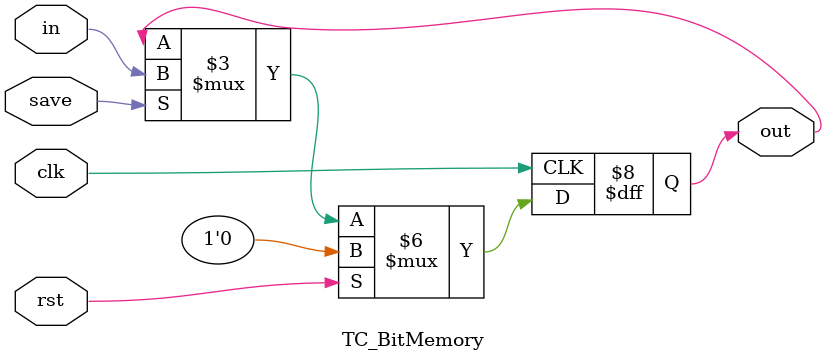
<source format=v>
module TC_BitMemory (clk, rst, save, in, out);
    parameter UUID = 0;
    parameter NAME = "";
    input clk;
    input rst;
    input save;
    input [0:0] in;
    output reg [0:0] out;

    initial begin
        out = 1'b0;
    end
    
    always @ (posedge clk) begin
        if (rst)
            out <= 1'b0;
        else if (save)
            out <= in;
    end
endmodule

</source>
